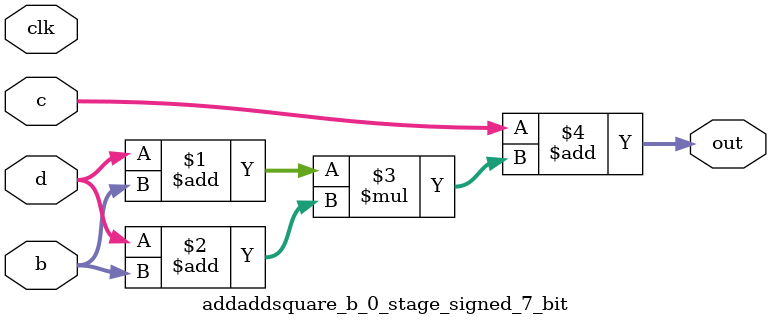
<source format=sv>
(* use_dsp = "yes" *) module addaddsquare_b_0_stage_signed_7_bit(
	input signed [6:0] b,
	input signed [6:0] c,
	input signed [6:0] d,
	output [6:0] out,
	input clk);

	assign out = c + ((d + b) * (d + b));
endmodule

</source>
